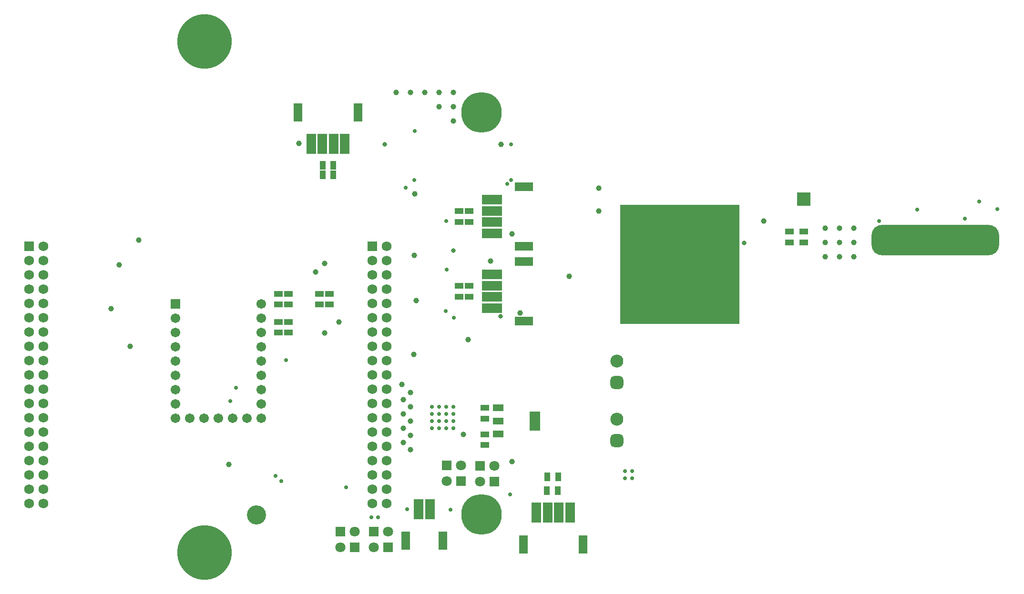
<source format=gbs>
G04*
G04 #@! TF.GenerationSoftware,Altium Limited,Altium Designer,21.3.2 (30)*
G04*
G04 Layer_Color=16711935*
%FSTAX25Y25*%
%MOIN*%
G70*
G04*
G04 #@! TF.SameCoordinates,48149F28-A3BA-4D36-B73A-A2ABBD85C276*
G04*
G04*
G04 #@! TF.FilePolarity,Negative*
G04*
G01*
G75*
%ADD42R,0.06312X0.13005*%
%ADD43R,0.06706X0.14186*%
%ADD53R,0.05918X0.04343*%
%ADD54R,0.13005X0.06312*%
%ADD55R,0.14186X0.06706*%
%ADD59R,0.83477X0.83477*%
%ADD60R,0.09461X0.09461*%
%ADD61R,0.07099X0.07099*%
%ADD62C,0.07099*%
%ADD63R,0.06737X0.06737*%
%ADD64C,0.06737*%
%ADD65C,0.09068*%
G04:AMPARAMS|DCode=66|XSize=90.68mil|YSize=90.68mil|CornerRadius=24.67mil|HoleSize=0mil|Usage=FLASHONLY|Rotation=90.000|XOffset=0mil|YOffset=0mil|HoleType=Round|Shape=RoundedRectangle|*
%AMROUNDEDRECTD66*
21,1,0.09068,0.04134,0,0,90.0*
21,1,0.04134,0.09068,0,0,90.0*
1,1,0.04934,0.02067,0.02067*
1,1,0.04934,0.02067,-0.02067*
1,1,0.04934,-0.02067,-0.02067*
1,1,0.04934,-0.02067,0.02067*
%
%ADD66ROUNDEDRECTD66*%
%ADD67R,0.06824X0.06824*%
%ADD68C,0.06824*%
%ADD70C,0.13398*%
G04:AMPARAMS|DCode=71|XSize=893.83mil|YSize=212.72mil|CornerRadius=75.65mil|HoleSize=0mil|Usage=FLASHONLY|Rotation=180.000|XOffset=0mil|YOffset=0mil|HoleType=Round|Shape=RoundedRectangle|*
%AMROUNDEDRECTD71*
21,1,0.89383,0.06142,0,0,180.0*
21,1,0.74252,0.21272,0,0,180.0*
1,1,0.15131,-0.37126,0.03071*
1,1,0.15131,0.37126,0.03071*
1,1,0.15131,0.37126,-0.03071*
1,1,0.15131,-0.37126,-0.03071*
%
%ADD71ROUNDEDRECTD71*%
%ADD72C,0.38202*%
%ADD73C,0.03950*%
%ADD74C,0.03162*%
%ADD75C,0.02769*%
%ADD76C,0.03398*%
%ADD110R,0.04343X0.05918*%
%ADD111R,0.07296X0.04540*%
%ADD112R,0.07296X0.13792*%
%ADD113C,0.28359*%
D42*
X0327559Y0126181D02*
D03*
X0301575D02*
D03*
X0383858Y0123819D02*
D03*
X0425591D02*
D03*
X026811Y0426087D02*
D03*
X0226378D02*
D03*
D43*
X0318504Y0148425D02*
D03*
X031063D02*
D03*
X0408662Y0146063D02*
D03*
X0416536D02*
D03*
X0400787D02*
D03*
X0392913D02*
D03*
X0243307Y0403842D02*
D03*
X0235433D02*
D03*
X0251181D02*
D03*
X0259055D02*
D03*
D53*
X05799Y0335039D02*
D03*
Y034252D02*
D03*
X05699Y0335039D02*
D03*
Y034252D02*
D03*
X03569Y02117D02*
D03*
Y021918D02*
D03*
Y020078D02*
D03*
Y01933D02*
D03*
X0345821Y0297047D02*
D03*
Y0304527D02*
D03*
X0338766Y0297047D02*
D03*
Y0304527D02*
D03*
X02196Y0279354D02*
D03*
Y0271874D02*
D03*
X02126Y0279354D02*
D03*
Y0271874D02*
D03*
X02196Y029166D02*
D03*
Y029914D02*
D03*
X02126Y0291674D02*
D03*
Y0299154D02*
D03*
X02414Y029914D02*
D03*
Y029166D02*
D03*
X02484D02*
D03*
Y029914D02*
D03*
X0338766Y034941D02*
D03*
Y035689D02*
D03*
X0345821Y034941D02*
D03*
Y035689D02*
D03*
D54*
X0384307Y0332283D02*
D03*
Y0374016D02*
D03*
X0384307Y0279921D02*
D03*
Y0321654D02*
D03*
D55*
X0362063Y0357087D02*
D03*
Y0364961D02*
D03*
Y0349213D02*
D03*
Y0341339D02*
D03*
X0362063Y0304724D02*
D03*
Y0312598D02*
D03*
Y029685D02*
D03*
Y0288976D02*
D03*
D59*
X0493408Y0319562D02*
D03*
D60*
X05799Y03653D02*
D03*
D61*
X03303Y01789D02*
D03*
X0353653Y01788D02*
D03*
X0363653Y01678D02*
D03*
X02559Y01325D02*
D03*
X02659Y01215D02*
D03*
X02794Y01325D02*
D03*
X02894Y01215D02*
D03*
X03403Y01679D02*
D03*
D62*
X03403Y01789D02*
D03*
X0363653Y01788D02*
D03*
X0353653Y01678D02*
D03*
X02659Y01325D02*
D03*
X02559Y01215D02*
D03*
X02894Y01325D02*
D03*
X02794Y01215D02*
D03*
X03303Y01679D02*
D03*
D63*
X0140687Y0291874D02*
D03*
D64*
Y0281874D02*
D03*
Y0271874D02*
D03*
Y0261874D02*
D03*
Y0251874D02*
D03*
Y0241874D02*
D03*
Y0231874D02*
D03*
Y0221874D02*
D03*
Y0211874D02*
D03*
X0150687D02*
D03*
X0160687D02*
D03*
X0170687D02*
D03*
X0180687D02*
D03*
X0190687D02*
D03*
X0200687D02*
D03*
Y0221874D02*
D03*
Y0231874D02*
D03*
Y0241874D02*
D03*
Y0251874D02*
D03*
Y0261874D02*
D03*
Y0271874D02*
D03*
Y0281874D02*
D03*
Y0291874D02*
D03*
D65*
X0449213Y0211382D02*
D03*
Y0251988D02*
D03*
D66*
Y0196382D02*
D03*
Y0236988D02*
D03*
D67*
X0038389Y03324D02*
D03*
X0278389D02*
D03*
D68*
X0038389Y01524D02*
D03*
X0048389Y03324D02*
D03*
X0038389Y03224D02*
D03*
X0048389D02*
D03*
X0038389Y03124D02*
D03*
X0048389D02*
D03*
X0038389Y03024D02*
D03*
X0048389D02*
D03*
X0038389Y02924D02*
D03*
X0048389D02*
D03*
X0038389Y02824D02*
D03*
X0048389D02*
D03*
X0038389Y02724D02*
D03*
X0048389D02*
D03*
X0038389Y02624D02*
D03*
X0048389D02*
D03*
X0038389Y02524D02*
D03*
X0048389D02*
D03*
X0038389Y02424D02*
D03*
X0048389D02*
D03*
X0038389Y02324D02*
D03*
X0048389D02*
D03*
X0038389Y02224D02*
D03*
X0048389D02*
D03*
X0038389Y02124D02*
D03*
X0048389D02*
D03*
X0038389Y02024D02*
D03*
X0048389D02*
D03*
X0038389Y01924D02*
D03*
X0048389D02*
D03*
X0038389Y01824D02*
D03*
X0048389D02*
D03*
X0038389Y01724D02*
D03*
X0048389D02*
D03*
X0038389Y01624D02*
D03*
X0048389D02*
D03*
Y01524D02*
D03*
X0278389D02*
D03*
X0288389Y03324D02*
D03*
X0278389Y03224D02*
D03*
X0288389D02*
D03*
X0278389Y03124D02*
D03*
X0288389D02*
D03*
X0278389Y03024D02*
D03*
X0288389D02*
D03*
X0278389Y02924D02*
D03*
X0288389D02*
D03*
X0278389Y02824D02*
D03*
X0288389D02*
D03*
X0278389Y02724D02*
D03*
X0288389D02*
D03*
X0278389Y02624D02*
D03*
X0288389D02*
D03*
X0278389Y02524D02*
D03*
X0288389D02*
D03*
X0278389Y02424D02*
D03*
X0288389D02*
D03*
X0278389Y02324D02*
D03*
X0288389D02*
D03*
X0278389Y02224D02*
D03*
X0288389D02*
D03*
X0278389Y02124D02*
D03*
X0288389D02*
D03*
X0278389Y02024D02*
D03*
X0288389D02*
D03*
X0278389Y01924D02*
D03*
X0288389D02*
D03*
X0278389Y01824D02*
D03*
Y01724D02*
D03*
X0288389D02*
D03*
X0278389Y01624D02*
D03*
X0288389D02*
D03*
Y01524D02*
D03*
Y01824D02*
D03*
D70*
X0197244Y0144488D02*
D03*
D71*
X067191Y0336515D02*
D03*
D72*
X0160984Y0475768D02*
D03*
Y0118D02*
D03*
D73*
X0295Y044D02*
D03*
X0305D02*
D03*
X0335Y042D02*
D03*
X0325Y043D02*
D03*
X0335D02*
D03*
Y044D02*
D03*
X0325D02*
D03*
X0315D02*
D03*
X0305Y019D02*
D03*
Y023D02*
D03*
Y022D02*
D03*
Y021D02*
D03*
Y02D02*
D03*
X03Y0195D02*
D03*
Y0205D02*
D03*
Y0215D02*
D03*
Y0225D02*
D03*
X0595Y0325D02*
D03*
Y0335D02*
D03*
Y0345D02*
D03*
X0605D02*
D03*
Y0335D02*
D03*
Y0325D02*
D03*
X0615D02*
D03*
Y0335D02*
D03*
Y0345D02*
D03*
X03453Y02671D02*
D03*
X01778Y01796D02*
D03*
X0095746Y0288518D02*
D03*
X01013Y0319411D02*
D03*
X0115Y03366D02*
D03*
X03682Y04035D02*
D03*
X02548Y02792D02*
D03*
X0308Y03689D02*
D03*
X0375984Y0181684D02*
D03*
X0342Y02008D02*
D03*
X0299Y02355D02*
D03*
X03071Y02565D02*
D03*
X0109Y02623D02*
D03*
X03077Y03259D02*
D03*
X04366Y03729D02*
D03*
X04367Y03571D02*
D03*
X0308809Y0294291D02*
D03*
X02385Y03143D02*
D03*
X02449Y02717D02*
D03*
Y03202D02*
D03*
X03815Y02858D02*
D03*
X0361Y03219D02*
D03*
X04158Y03114D02*
D03*
X0376Y0341D02*
D03*
X0552Y035D02*
D03*
X02268Y04044D02*
D03*
D74*
X03348Y03294D02*
D03*
X0287Y04035D02*
D03*
X05381Y03347D02*
D03*
X0368Y02832D02*
D03*
D75*
X03301Y03159D02*
D03*
X03298Y03499D02*
D03*
X03329Y01481D02*
D03*
X03746Y01588D02*
D03*
X02599Y01638D02*
D03*
X02777Y01427D02*
D03*
X02821Y01428D02*
D03*
X02145Y01679D02*
D03*
X02106Y01717D02*
D03*
X03027Y01483D02*
D03*
X06593Y0358D02*
D03*
X06925Y03515D02*
D03*
X07154Y03584D02*
D03*
X06326Y03501D02*
D03*
X07026Y03635D02*
D03*
X03752Y04038D02*
D03*
X03078Y0413D02*
D03*
X03352Y02822D02*
D03*
X03077Y03787D02*
D03*
X03725Y03761D02*
D03*
X02178Y02525D02*
D03*
X0329642Y0286857D02*
D03*
X0325Y0215D02*
D03*
Y022D02*
D03*
X032D02*
D03*
X03754Y03786D02*
D03*
X03016Y03734D02*
D03*
X01829Y02332D02*
D03*
X01788Y02239D02*
D03*
X046Y017D02*
D03*
X0455D02*
D03*
Y0175D02*
D03*
X046D02*
D03*
X0335Y022D02*
D03*
Y0215D02*
D03*
Y021D02*
D03*
Y0205D02*
D03*
X033D02*
D03*
Y021D02*
D03*
Y0215D02*
D03*
Y022D02*
D03*
X0325Y021D02*
D03*
Y0205D02*
D03*
X032D02*
D03*
Y021D02*
D03*
Y0215D02*
D03*
D76*
X0359Y0415575D02*
D03*
X0344236Y0421677D02*
D03*
X0350339Y0436441D02*
D03*
X0365102Y0430339D02*
D03*
X0344236D02*
D03*
X0359Y0436441D02*
D03*
X0365102Y0421677D02*
D03*
X0350339Y0415575D02*
D03*
X0359Y0134079D02*
D03*
X0344236Y0140181D02*
D03*
X0350339Y0154945D02*
D03*
X0365102Y0148843D02*
D03*
X0344236D02*
D03*
X0359Y0154945D02*
D03*
X0365102Y0140181D02*
D03*
X0350339Y0134079D02*
D03*
D110*
X0400394Y0161417D02*
D03*
X0407874D02*
D03*
X0400691Y0170966D02*
D03*
X0408171D02*
D03*
X0250984Y03822D02*
D03*
X0243504D02*
D03*
X0250984Y0389D02*
D03*
X0243504D02*
D03*
D111*
X03662Y020109D02*
D03*
Y0210145D02*
D03*
Y02192D02*
D03*
D112*
X0391987Y0210145D02*
D03*
D113*
X0354669Y0426008D02*
D03*
Y0144512D02*
D03*
M02*

</source>
